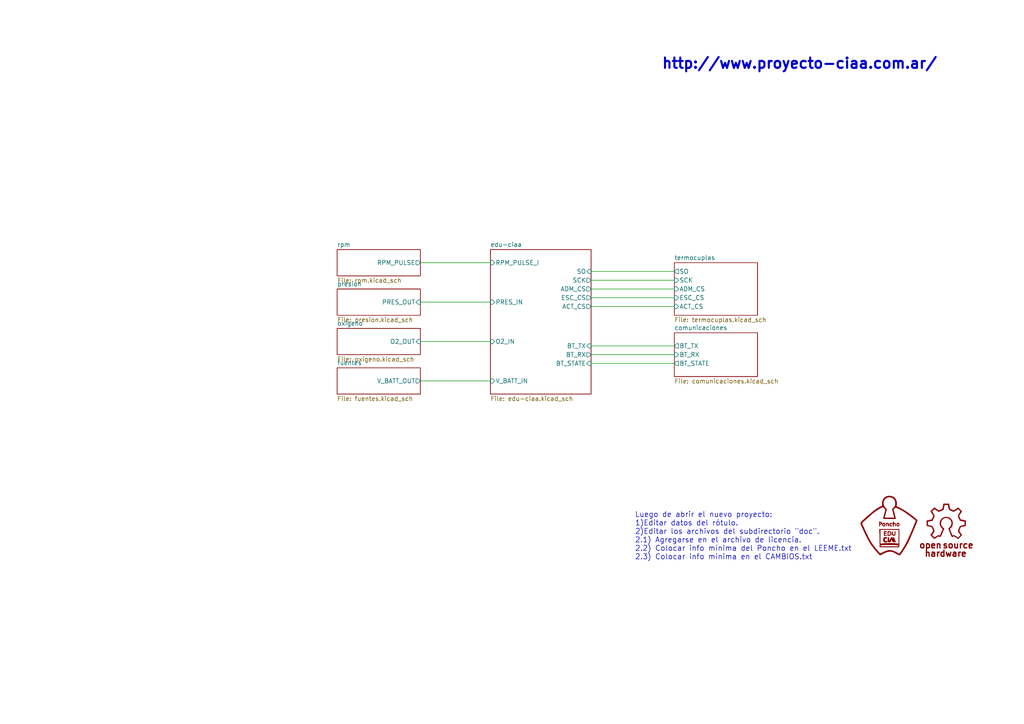
<source format=kicad_sch>
(kicad_sch (version 20211123) (generator eeschema)
  (paper "A4")
  (title_block (title "Poncho adquisidor de datos para motor de combustión interna") (date "2021-12-19") (rev "1.0") (company "Autor: Ignacio Moya") (comment 1 "Especialización en Sistemas Embebidos 2021 - FIUBA"))
  (lib_symbols
    (symbol "basico-rescue:Logo_Poncho" (pin_numbers hide) (pin_names (offset 0) hide)
      (symbol "Logo_Poncho_0_0"
        (polyline (pts (xy 0.9652 0.5842) (xy 0.8636 0.6858) (xy 0.6858 0.7112) (xy 0.508 0.7112) (xy 0.3048 0.5842) (xy 0.2032 0.381) (xy 0.1778 0.127) (xy 0.3048 -0.1016) (xy 0.4064 -0.1778) (xy 0.6096 -0.254) (xy 0.8128 -0.254) (xy 0.9398 -0.1778) (xy 0.889 -0.1016) (xy 0.7366 -0.0762) (xy 0.6096 -0.0508) (xy 0.4826 0.0254) (xy 0.4318 0.2032) (xy 0.4572 0.4064) (xy 0.5842 0.5334) (xy 0.8128 0.5334) (xy 0.9652 0.508) (xy 0.9652 0.5842) (xy 0.9652 0.5842)) (stroke (width 0.0254)) (fill (type outline)))
        (polyline (pts (xy 0 0.3556) (xy -0.0762 0.5842) (xy -0.2286 0.6858) (xy -0.4826 0.7112) (xy -0.8128 0.7112) (xy -0.8128 0.2286) (xy -0.8128 0.0254) (xy -0.7874 -0.1778) (xy -0.7366 -0.254) (xy -0.7112 -0.254) (xy -0.6858 -0.127) (xy -0.6604 0.0762) (xy -0.635 0.2032) (xy -0.5842 0.4318) (xy -0.4572 0.5334) (xy -0.3302 0.5334) (xy -0.3048 0.508) (xy -0.254 0.3556) (xy -0.254 0.127) (xy -0.2286 -0.0254) (xy -0.2032 -0.2032) (xy -0.127 -0.254) (xy -0.0762 -0.254) (xy -0.0254 -0.1524) (xy 0 0.0762) (xy 0 0.3556) (xy 0 0.3556)) (stroke (width 0.0254)) (fill (type outline)))
        (polyline (pts (xy -1.0668 0.254) (xy -1.1176 0.5334) (xy -1.2446 0.6858) (xy -1.27 0.7112) (xy -1.27 0.3556) (xy -1.27 0.127) (xy -1.3208 0) (xy -1.4732 -0.0762) (xy -1.6002 -0.0508) (xy -1.7018 0.1016) (xy -1.7018 0.3048) (xy -1.6256 0.4826) (xy -1.5494 0.5334) (xy -1.4732 0.5588) (xy -1.3462 0.4826) (xy -1.27 0.3556) (xy -1.27 0.7112) (xy -1.4732 0.7366) (xy -1.7018 0.6858) (xy -1.8542 0.5334) (xy -1.905 0.254) (xy -1.8796 0.2032) (xy -1.8542 0) (xy -1.8034 -0.1524) (xy -1.6764 -0.2032) (xy -1.4732 -0.254) (xy -1.2446 -0.2032) (xy -1.1176 -0.0508) (xy -1.0668 0.254) (xy -1.0668 0.254)) (stroke (width 0.0254)) (fill (type outline)))
        (polyline (pts (xy -0.508 -3.5306) (xy -0.6096 -3.4544) (xy -0.889 -3.4036) (xy -1.1176 -3.4036) (xy -1.397 -3.5306) (xy -1.5748 -3.7846) (xy -1.651 -4.1402) (xy -1.6256 -4.4196) (xy -1.4986 -4.6736) (xy -1.27 -4.8514) (xy -1.0668 -4.9276) (xy -0.8128 -4.9276) (xy -0.7112 -4.9276) (xy -0.5588 -4.8514) (xy -0.508 -4.7244) (xy -0.508 -4.699) (xy -0.508 -4.5974) (xy -0.6096 -4.5466) (xy -0.8128 -4.5466) (xy -1.016 -4.5212) (xy -1.143 -4.4704) (xy -1.1938 -4.3434) (xy -1.2192 -4.2418) (xy -1.2192 -4.0132) (xy -1.0922 -3.8608) (xy -0.8382 -3.7592) (xy -0.7366 -3.7338) (xy -0.5334 -3.6322) (xy -0.508 -3.5306) (xy -0.508 -3.5306)) (stroke (width 0.0254)) (fill (type outline)))
        (polyline (pts (xy 3.048 0.254) (xy 3.0226 0.5334) (xy 2.8956 0.6858) (xy 2.8702 0.7112) (xy 2.8702 0.127) (xy 2.794 0) (xy 2.6416 -0.0762) (xy 2.5146 -0.0508) (xy 2.4384 0.1016) (xy 2.413 0.3048) (xy 2.5146 0.4826) (xy 2.5654 0.5334) (xy 2.667 0.5588) (xy 2.7686 0.4826) (xy 2.8448 0.3556) (xy 2.8702 0.127) (xy 2.8702 0.7112) (xy 2.6416 0.7366) (xy 2.413 0.6858) (xy 2.286 0.5334) (xy 2.2352 0.254) (xy 2.2352 0.2032) (xy 2.2606 0) (xy 2.3368 -0.1524) (xy 2.4384 -0.2032) (xy 2.6416 -0.254) (xy 2.8702 -0.2032) (xy 3.0226 -0.0508) (xy 3.048 0.254) (xy 3.048 0.254)) (stroke (width 0.0254)) (fill (type outline)))
        (polyline (pts (xy 1.905 -2.159) (xy 1.8796 -1.905) (xy 1.8542 -1.7272) (xy 1.8288 -1.651) (xy 1.8034 -1.6764) (xy 1.7526 -1.8034) (xy 1.7272 -2.0066) (xy 1.7272 -2.2098) (xy 1.6764 -2.54) (xy 1.5494 -2.7432) (xy 1.397 -2.794) (xy 1.2954 -2.7686) (xy 1.2192 -2.6924) (xy 1.1938 -2.5146) (xy 1.1684 -2.2352) (xy 1.1176 -1.905) (xy 1.0668 -1.7272) (xy 1.016 -1.7272) (xy 0.9652 -1.8796) (xy 0.9398 -2.1844) (xy 0.9144 -2.4384) (xy 0.9652 -2.667) (xy 1.0414 -2.8194) (xy 1.2192 -2.921) (xy 1.4478 -2.9718) (xy 1.6764 -2.9464) (xy 1.8034 -2.8194) (xy 1.8542 -2.667) (xy 1.8796 -2.4384) (xy 1.905 -2.159) (xy 1.905 -2.159)) (stroke (width 0.0254)) (fill (type outline)))
        (polyline (pts (xy -1.9812 0.6096) (xy -2.032 0.8128) (xy -2.1844 0.9398) (xy -2.2352 0.9652) (xy -2.2352 0.635) (xy -2.286 0.508) (xy -2.4384 0.4318) (xy -2.4892 0.4064) (xy -2.6162 0.4572) (xy -2.6416 0.6096) (xy -2.6416 0.6604) (xy -2.5908 0.7874) (xy -2.413 0.8128) (xy -2.3622 0.8128) (xy -2.2606 0.762) (xy -2.2352 0.635) (xy -2.2352 0.9652) (xy -2.5146 1.0414) (xy -2.794 1.0922) (xy -2.794 0.4064) (xy -2.794 0.3556) (xy -2.794 0.0254) (xy -2.7686 -0.1778) (xy -2.7178 -0.254) (xy -2.667 -0.1778) (xy -2.6416 0) (xy -2.6416 0.0762) (xy -2.5908 0.2032) (xy -2.4638 0.254) (xy -2.2352 0.2794) (xy -2.0574 0.4064) (xy -1.9812 0.6096) (xy -1.9812 0.6096)) (stroke (width 0.0254)) (fill (type outline)))
        (polyline (pts (xy 0.7366 -2.3876) (xy 0.7112 -2.1082) (xy 0.5334 -1.8796) (xy 0.4826 -1.8288) (xy 0.4826 -2.1844) (xy 0.4826 -2.413) (xy 0.4318 -2.6162) (xy 0.3048 -2.7178) (xy 0.1016 -2.7686) (xy -0.1524 -2.8194) (xy -0.1524 -2.3622) (xy -0.1524 -2.1082) (xy -0.127 -1.9558) (xy -0.0508 -1.905) (xy 0.0762 -1.905) (xy 0.254 -1.9304) (xy 0.4064 -2.0066) (xy 0.4826 -2.1844) (xy 0.4826 -1.8288) (xy 0.254 -1.7272) (xy 0.2032 -1.7272) (xy -0.0508 -1.651) (xy -0.2032 -1.651) (xy -0.2794 -1.7526) (xy -0.3302 -1.9558) (xy -0.3302 -2.3114) (xy -0.3302 -2.9718) (xy 0 -2.9718) (xy 0.0254 -2.9718) (xy 0.3048 -2.921) (xy 0.5334 -2.7686) (xy 0.635 -2.667) (xy 0.7366 -2.3876) (xy 0.7366 -2.3876)) (stroke (width 0.0254)) (fill (type outline)))
        (polyline (pts (xy -0.5842 -1.8288) (xy -0.6096 -1.778) (xy -0.762 -1.7018) (xy -1.016 -1.6764) (xy -1.397 -1.651) (xy -1.397 -2.3114) (xy -1.397 -2.9718) (xy -0.9906 -2.9718) (xy -0.8382 -2.9718) (xy -0.635 -2.9464) (xy -0.5842 -2.8956) (xy -0.5842 -2.8702) (xy -0.6858 -2.8194) (xy -0.9144 -2.8194) (xy -0.9398 -2.8194) (xy -1.1176 -2.794) (xy -1.2192 -2.7432) (xy -1.2446 -2.5908) (xy -1.2192 -2.4892) (xy -1.143 -2.413) (xy -0.9398 -2.3876) (xy -0.9144 -2.3876) (xy -0.7366 -2.3622) (xy -0.6604 -2.3114) (xy -0.762 -2.2606) (xy -0.9398 -2.2352) (xy -1.0668 -2.2352) (xy -1.1938 -2.1844) (xy -1.2446 -2.0574) (xy -1.2192 -1.9558) (xy -1.1176 -1.905) (xy -0.889 -1.905) (xy -0.7112 -1.8796) (xy -0.5842 -1.8288) (xy -0.5842 -1.8288)) (stroke (width 0.0254)) (fill (type outline)))
        (polyline (pts (xy 1.9812 0.254) (xy 1.9304 0.5588) (xy 1.778 0.7112) (xy 1.5748 0.7112) (xy 1.5494 0.7112) (xy 1.4224 0.7366) (xy 1.397 0.8636) (xy 1.3716 0.9906) (xy 1.27 1.0668) (xy 1.2192 1.0414) (xy 1.1938 0.9398) (xy 1.1684 0.7366) (xy 1.1684 0.4064) (xy 1.1684 0.127) (xy 1.1938 -0.1016) (xy 1.2192 -0.2286) (xy 1.27 -0.254) (xy 1.3208 -0.2286) (xy 1.397 -0.127) (xy 1.397 0.127) (xy 1.397 0.2032) (xy 1.4478 0.4318) (xy 1.4986 0.5334) (xy 1.5494 0.5588) (xy 1.6764 0.4826) (xy 1.778 0.3302) (xy 1.8288 0.0762) (xy 1.8288 0) (xy 1.8542 -0.1778) (xy 1.905 -0.254) (xy 1.9304 -0.2286) (xy 1.9558 -0.0762) (xy 1.9812 0.1524) (xy 1.9812 0.254) (xy 1.9812 0.254)) (stroke (width 0.0254)) (fill (type outline)))
        (polyline (pts (xy 1.9304 -4.699) (xy 1.8288 -4.3688) (xy 1.6764 -4.0132) (xy 1.524 -3.7084) (xy 1.397 -3.4798) (xy 1.2954 -3.4036) (xy 1.2192 -3.3782) (xy 1.1684 -3.429) (xy 1.1684 -3.5052) (xy 1.2192 -3.7084) (xy 1.2954 -4.0386) (xy 1.2954 -4.0894) (xy 1.2192 -4.0132) (xy 1.1176 -3.81) (xy 1.0668 -3.7084) (xy 0.9144 -3.4798) (xy 0.7874 -3.4036) (xy 0.6604 -3.4798) (xy 0.5334 -3.7084) (xy 0.3556 -4.064) (xy 0.1016 -4.7244) (xy 0.0508 -4.064) (xy 0.0508 -3.9878) (xy 0 -3.6322) (xy -0.0508 -3.4544) (xy -0.127 -3.3782) (xy -0.1524 -3.4036) (xy -0.2286 -3.5306) (xy -0.2794 -3.7846) (xy -0.3048 -4.1148) (xy -0.3048 -4.445) (xy -0.3048 -4.6228) (xy -0.254 -4.7752) (xy -0.1524 -4.826) (xy 0.0508 -4.8514) (xy 0.2286 -4.8514) (xy 0.4318 -4.8006) (xy 0.5588 -4.6482) (xy 0.6604 -4.3688) (xy 0.7874 -4.0386) (xy 0.9652 -4.445) (xy 1.0922 -4.6736) (xy 1.1938 -4.826) (xy 1.3208 -4.8768) (xy 1.4224 -4.8514) (xy 1.4732 -4.8006) (xy 1.4478 -4.6736) (xy 1.3716 -4.4196) (xy 1.3462 -4.318) (xy 1.4224 -4.4196) (xy 1.4986 -4.5466) (xy 1.6256 -4.7752) (xy 1.7018 -4.8514) (xy 1.8542 -4.9022) (xy 1.9304 -4.8514) (xy 1.9304 -4.699) (xy 1.9304 -4.699)) (stroke (width 0.0254)) (fill (type outline)))
        (polyline (pts (xy 2.9718 -1.0668) (xy 2.8194 -1.0668) (xy 2.8194 -1.2446) (xy 2.8194 -3.2766) (xy 2.8194 -5.2832) (xy 2.8194 -6.096) (xy 0.1778 -6.096) (xy -2.4892 -6.096) (xy -2.4638 -5.9182) (xy -2.4638 -5.8928) (xy -2.413 -5.8166) (xy -2.3368 -5.7658) (xy -2.159 -5.715) (xy -1.9304 -5.6642) (xy -1.6002 -5.6642) (xy -1.143 -5.6388) (xy -0.5588 -5.6388) (xy 0.1778 -5.6388) (xy 0.3302 -5.6388) (xy 1.016 -5.6388) (xy 1.5748 -5.6388) (xy 2.0066 -5.6642) (xy 2.3368 -5.6896) (xy 2.54 -5.715) (xy 2.6924 -5.7658) (xy 2.7686 -5.842) (xy 2.794 -5.9182) (xy 2.8194 -6.096) (xy 2.8194 -5.2832) (xy 1.9558 -5.2324) (xy 1.7018 -5.207) (xy 1.1684 -5.1816) (xy 0.635 -5.1562) (xy 0.127 -5.1562) (xy -0.1778 -5.1562) (xy -0.7112 -5.1816) (xy -1.2446 -5.207) (xy -1.6764 -5.2324) (xy -2.4638 -5.3086) (xy -2.4638 -3.2766) (xy -2.4638 -1.2446) (xy 0.1778 -1.2446) (xy 2.8194 -1.2446) (xy 2.8194 -1.0668) (xy 0.127 -1.0668) (xy -2.7432 -1.0668) (xy -2.6924 -2.4384) (xy -2.6924 -2.5908) (xy -2.667 -3.2004) (xy -2.6416 -3.8608) (xy -2.6416 -4.4958) (xy -2.6416 -5.0546) (xy -2.6416 -6.2738) (xy 0.1778 -6.2738) (xy 2.9718 -6.2738) (xy 2.9718 -3.683) (xy 2.9718 -1.0668) (xy 2.9718 -1.0668)) (stroke (width 0.0254)) (fill (type outline)))
        (polyline (pts (xy 8.255 1.4986) (xy 8.128 1.6256) (xy 7.8994 1.8542) (xy 7.8486 1.905) (xy 7.8486 1.3716) (xy 7.7978 1.2446) (xy 7.6962 0.9906) (xy 7.5438 0.635) (xy 7.366 0.1778) (xy 7.1628 -0.3302) (xy 6.9342 -0.889) (xy 6.4516 -2.032) (xy 5.8674 -3.3274) (xy 5.334 -4.4958) (xy 4.8006 -5.5118) (xy 4.2926 -6.3754) (xy 3.81 -7.1374) (xy 3.6576 -7.3406) (xy 3.429 -7.6962) (xy 3.2258 -7.9502) (xy 3.0734 -8.1534) (xy 3.0226 -8.2042) (xy 2.9972 -8.2042) (xy 2.8448 -8.1534) (xy 2.5908 -8.0264) (xy 2.3114 -7.874) (xy 2.0828 -7.7216) (xy 1.4224 -7.4168) (xy 0.8128 -7.239) (xy 0.2286 -7.1882) (xy -0.3556 -7.2644) (xy -1.016 -7.4676) (xy -1.7272 -7.7978) (xy -1.905 -7.8994) (xy -2.1844 -8.0264) (xy -2.3876 -8.128) (xy -2.4892 -8.1788) (xy -2.5146 -8.1534) (xy -2.6416 -8.0264) (xy -2.8448 -7.7978) (xy -3.0988 -7.5184) (xy -3.3782 -7.2136) (xy -3.6576 -6.8834) (xy -3.937 -6.5532) (xy -4.191 -6.2484) (xy -4.3688 -6.0198) (xy -4.6482 -5.6388) (xy -5.08 -5.0038) (xy -5.4864 -4.2926) (xy -5.8928 -3.556) (xy -6.1214 -3.0734) (xy -6.3754 -2.54) (xy -6.6548 -2.0066) (xy -6.9088 -1.4478) (xy -7.1374 -0.9398) (xy -7.366 -0.4572) (xy -7.5438 -0.0254) (xy -7.6962 0.3048) (xy -7.7724 0.5334) (xy -7.8232 0.635) (xy -7.7978 0.6604) (xy -7.6454 0.8128) (xy -7.4168 1.0414) (xy -7.1374 1.3208) (xy -6.7818 1.651) (xy -6.3754 2.0066) (xy -5.969 2.3876) (xy -5.5372 2.7432) (xy -5.1562 3.0988) (xy -4.8006 3.4036) (xy -4.4704 3.6576) (xy -3.937 4.0894) (xy -3.429 4.4196) (xy -2.9464 4.7244) (xy -2.3876 5.0292) (xy -1.7018 5.3594) (xy -1.3462 4.9784) (xy -0.9652 4.5974) (xy -1.27 3.3782) (xy -1.3208 3.2004) (xy -1.4224 2.7686) (xy -1.524 2.413) (xy -1.5748 2.159) (xy -1.6002 2.032) (xy -1.6256 2.0066) (xy -1.6002 1.9812) (xy -1.5494 1.9304) (xy -1.4224 1.9304) (xy -1.1938 1.905) (xy -0.889 1.905) (xy -0.4318 1.905) (xy 0.1524 1.905) (xy 0.4064 1.905) (xy 0.9144 1.905) (xy 1.3462 1.905) (xy 1.6764 1.905) (xy 1.905 1.9304) (xy 1.9812 1.9558) (xy 1.9812 1.9812) (xy 1.9304 2.1844) (xy 1.8542 2.4892) (xy 1.7526 2.8702) (xy 1.651 3.302) (xy 1.2954 4.6228) (xy 1.6002 4.9022) (xy 1.7018 5.0038) (xy 1.8796 5.1308) (xy 1.9558 5.1816) (xy 2.0828 5.1562) (xy 2.286 5.08) (xy 2.5908 4.953) (xy 2.9464 4.8006) (xy 3.2766 4.6228) (xy 3.5814 4.4704) (xy 3.8354 4.3434) (xy 3.9624 4.2672) (xy 4.318 4.0386) (xy 4.7244 3.7846) (xy 5.1562 3.4544) (xy 5.6388 3.1242) (xy 6.096 2.794) (xy 6.5532 2.4638) (xy 6.9596 2.1336) (xy 7.3152 1.8542) (xy 7.5946 1.6256) (xy 7.7724 1.4732) (xy 7.8486 1.3716) (xy 7.8486 1.905) (xy 7.5438 2.159) (xy 7.0612 2.54) (xy 6.223 3.175) (xy 5.2578 3.8608) (xy 4.3942 4.4196) (xy 3.6322 4.8768) (xy 2.9972 5.1816) (xy 2.6416 5.334) (xy 2.3622 5.4864) (xy 2.2098 5.588) (xy 2.1844 5.6642) (xy 2.2606 5.9436) (xy 2.286 6.2992) (xy 2.286 6.6802) (xy 2.2352 6.985) (xy 2.0574 7.4422) (xy 1.905 7.6708) (xy 1.905 6.4008) (xy 1.8288 5.8674) (xy 1.6256 5.4356) (xy 1.27 5.0292) (xy 0.9652 4.7498) (xy 1.2446 3.6322) (xy 1.27 3.5052) (xy 1.3716 3.0988) (xy 1.4732 2.7432) (xy 1.524 2.4892) (xy 1.5494 2.3622) (xy 1.5494 2.3368) (xy 1.524 2.286) (xy 1.4478 2.2606) (xy 1.2954 2.2352) (xy 1.0414 2.2352) (xy 0.6858 2.2352) (xy 0.1778 2.2352) (xy -0.1778 2.2352) (xy -0.5842 2.2352) (xy -0.889 2.2352) (xy -1.0668 2.2606) (xy -1.1684 2.286) (xy -1.2192 2.3114) (xy -1.2192 2.3622) (xy -1.2192 2.3876) (xy -1.1684 2.5654) (xy -1.0922 2.8448) (xy -1.016 3.2258) (xy -0.889 3.6322) (xy -0.635 4.7498) (xy -0.9398 5.0292) (xy -1.1938 5.3086) (xy -1.4478 5.7658) (xy -1.5748 6.2484) (xy -1.5748 6.7564) (xy -1.4224 7.2136) (xy -1.397 7.239) (xy -1.0922 7.6962) (xy -0.7112 8.001) (xy -0.2794 8.1788) (xy 0.1524 8.2296) (xy 0.5842 8.1788) (xy 0.9906 8.0264) (xy 1.3462 7.747) (xy 1.651 7.3914) (xy 1.8288 6.9342) (xy 1.905 6.4008) (xy 1.905 7.6708) (xy 1.7272 7.8994) (xy 1.3208 8.255) (xy 0.8382 8.4836) (xy 0.3048 8.5598) (xy -0.254 8.5344) (xy -0.8128 8.3566) (xy -1.0922 8.2042) (xy -1.4986 7.8232) (xy -1.778 7.3406) (xy -1.9304 6.7818) (xy -1.9558 6.1976) (xy -1.905 5.715) (xy -2.4638 5.4356) (xy -2.4892 5.4356) (xy -2.921 5.207) (xy -3.3528 4.9276) (xy -3.81 4.6482) (xy -4.318 4.2672) (xy -4.8514 3.8354) (xy -5.461 3.3274) (xy -6.1468 2.7432) (xy -6.9342 2.032) (xy -7.2136 1.778) (xy -7.6454 1.3716) (xy -7.9756 1.0414) (xy -8.1788 0.8128) (xy -8.2296 0.6858) (xy -8.2042 0.5842) (xy -8.128 0.3302) (xy -7.9756 -0.0254) (xy -7.7724 -0.4826) (xy -7.5184 -1.016) (xy -7.2644 -1.6002) (xy -6.9596 -2.2352) (xy -6.6294 -2.8956) (xy -6.2992 -3.556) (xy -6.223 -3.7084) (xy -5.9182 -4.2926) (xy -5.6642 -4.7752) (xy -5.3848 -5.2324) (xy -5.08 -5.6896) (xy -4.7498 -6.1214) (xy -4.3688 -6.6294) (xy -3.9116 -7.1628) (xy -3.3528 -7.8232) (xy -3.2512 -7.8994) (xy -2.9972 -8.2042) (xy -2.7686 -8.4328) (xy -2.6162 -8.5852) (xy -2.54 -8.636) (xy -2.4384 -8.5852) (xy -2.2098 -8.4836) (xy -1.905 -8.3312) (xy -1.5494 -8.1534) (xy -1.524 -8.128) (xy -0.889 -7.8232) (xy -0.3302 -7.6454) (xy 0.1524 -7.5692) (xy 0.635 -7.5692) (xy 1.143 -7.6962) (xy 1.6764 -7.9502) (xy 2.3114 -8.3058) (xy 2.4384 -8.3566) (xy 2.7178 -8.509) (xy 2.9718 -8.6106) (xy 3.0988 -8.6614) (xy 3.1496 -8.636) (xy 3.2766 -8.5344) (xy 3.4798 -8.3058) (xy 3.7338 -7.9502) (xy 4.064 -7.4422) (xy 4.318 -7.0358) (xy 4.6736 -6.5024) (xy 4.9784 -6.0198) (xy 5.207 -5.588) (xy 5.461 -5.1308) (xy 5.6896 -4.6482) (xy 5.969 -4.0894) (xy 6.1468 -3.6576) (xy 6.3754 -3.175) (xy 6.604 -2.5908) (xy 6.858 -2.0066) (xy 7.112 -1.397) (xy 7.366 -0.8128) (xy 7.5946 -0.2286) (xy 7.8232 0.2794) (xy 8.001 0.7366) (xy 8.128 1.0922) (xy 8.2296 1.3462) (xy 8.255 1.4732) (xy 8.255 1.4986) (xy 8.255 1.4986)) (stroke (width 0.0254)) (fill (type outline)))
      )
      (symbol "Logo_Poncho_1_1"
        (pin no_connect line (at 0 6.35 90) (length 0.508) hide (name "~") (number "~"))
      )
    )
    (symbol "basico-rescue:OSHWA" (pin_names (offset 1.016))
      (symbol "OSHWA_0_0"
        (polyline (pts (xy 5.7912 2.667) (xy 5.5372 2.7178) (xy 5.4864 2.7432) (xy 5.4864 1.8796) (xy 5.4864 1.8288) (xy 5.4864 1.6002) (xy 5.4864 1.4732) (xy 5.4102 1.3716) (xy 5.2832 1.3208) (xy 5.0038 1.27) (xy 4.6228 1.1938) (xy 4.572 1.1684) (xy 4.318 1.1176) (xy 4.1656 1.0414) (xy 4.0386 0.889) (xy 3.937 0.6604) (xy 3.8354 0.4064) (xy 3.683 0.0762) (xy 3.6068 -0.1778) (xy 3.5814 -0.3556) (xy 3.6322 -0.5334) (xy 3.7592 -0.7366) (xy 3.9116 -0.9906) (xy 4.318 -1.5494) (xy 3.937 -1.9304) (xy 3.5814 -2.3114) (xy 3.048 -1.9558) (xy 2.794 -1.778) (xy 2.5654 -1.651) (xy 2.3876 -1.6256) (xy 2.2098 -1.6256) (xy 1.905 -1.6764) (xy 1.4986 -0.7112) (xy 1.1176 0.2286) (xy 1.397 0.508) (xy 1.5748 0.6604) (xy 1.8034 1.016) (xy 1.9304 1.397) (xy 1.9812 1.8542) (xy 1.9812 1.9304) (xy 1.9558 2.2606) (xy 1.905 2.54) (xy 1.7526 2.8194) (xy 1.4732 3.175) (xy 1.0668 3.5052) (xy 0.5842 3.683) (xy 0.1016 3.7338) (xy -0.4064 3.6576) (xy -0.889 3.429) (xy -1.2954 3.048) (xy -1.3462 2.9972) (xy -1.6256 2.5146) (xy -1.7526 2.0066) (xy -1.7018 1.4986) (xy -1.4986 0.9906) (xy -1.143 0.508) (xy -0.8636 0.2032) (xy -1.2446 -0.7366) (xy -1.651 -1.6764) (xy -1.9558 -1.6256) (xy -2.1082 -1.6256) (xy -2.286 -1.651) (xy -2.4892 -1.7526) (xy -2.7686 -1.9304) (xy -3.2766 -2.2606) (xy -3.6576 -1.905) (xy -4.0132 -1.524) (xy -3.6322 -0.9652) (xy -3.2766 -0.4064) (xy -3.429 0.0254) (xy -3.4544 0.1016) (xy -3.6068 0.508) (xy -3.7338 0.7874) (xy -3.8862 0.9906) (xy -4.0894 1.0922) (xy -4.3688 1.1938) (xy -4.7752 1.27) (xy -5.2578 1.3716) (xy -5.2324 1.905) (xy -5.207 2.413) (xy -4.5212 2.54) (xy -3.8608 2.667) (xy -3.5814 3.2512) (xy -3.556 3.302) (xy -3.4036 3.6068) (xy -3.3274 3.8862) (xy -3.2766 4.0386) (xy -3.3274 4.2164) (xy -3.4544 4.445) (xy -3.6322 4.7244) (xy -3.6576 4.7498) (xy -3.81 5.0292) (xy -3.937 5.207) (xy -3.9878 5.3086) (xy -3.9878 5.334) (xy -3.8862 5.461) (xy -3.7338 5.6388) (xy -3.5306 5.8166) (xy -3.3782 5.969) (xy -3.2766 6.0198) (xy -3.1496 5.9436) (xy -2.9464 5.8166) (xy -2.6924 5.6388) (xy -2.6162 5.588) (xy -2.3622 5.4102) (xy -2.159 5.3086) (xy -2.032 5.2578) (xy -1.8796 5.3086) (xy -1.6256 5.3848) (xy -1.3208 5.5118) (xy -1.2446 5.5372) (xy -0.9144 5.6896) (xy -0.7112 5.842) (xy -0.635 5.969) (xy -0.6096 6.096) (xy -0.5588 6.3754) (xy -0.4826 6.6802) (xy -0.381 7.239) (xy 0.127 7.239) (xy 0.635 7.239) (xy 0.7366 6.731) (xy 0.7874 6.477) (xy 0.8636 6.1722) (xy 0.9398 5.9436) (xy 1.0414 5.8166) (xy 1.1684 5.715) (xy 1.3462 5.6134) (xy 1.4478 5.5626) (xy 1.778 5.4356) (xy 2.032 5.334) (xy 2.1844 5.2832) (xy 2.3114 5.2832) (xy 2.4638 5.334) (xy 2.667 5.4356) (xy 2.9464 5.6388) (xy 3.556 6.0452) (xy 3.937 5.6896) (xy 4.2926 5.3086) (xy 3.9116 4.7498) (xy 3.8354 4.6228) (xy 3.683 4.318) (xy 3.5814 4.0894) (xy 3.6068 3.8354) (xy 3.683 3.5306) (xy 3.8862 3.1496) (xy 4.1148 2.667) (xy 4.7752 2.54) (xy 5.461 2.413) (xy 5.4864 1.8796) (xy 5.4864 2.7432) (xy 5.4102 2.7432) (xy 5.1054 2.8194) (xy 4.8006 2.8956) (xy 4.2926 2.9718) (xy 4.064 3.5306) (xy 3.81 4.0894) (xy 4.2418 4.7244) (xy 4.6736 5.3594) (xy 4.1148 5.9182) (xy 3.5814 6.4516) (xy 2.921 6.0198) (xy 2.286 5.5626) (xy 1.7526 5.7912) (xy 1.1938 6.0452) (xy 1.0922 6.5532) (xy 1.0668 6.8072) (xy 0.9906 7.0866) (xy 0.9652 7.3152) (xy 0.9144 7.5438) (xy 0.127 7.5438) (xy -0.6604 7.5438) (xy -0.762 6.9342) (xy -0.8128 6.6802) (xy -0.889 6.35) (xy -0.9652 6.1214) (xy -1.0922 5.9944) (xy -1.27 5.8928) (xy -1.524 5.7658) (xy -2.032 5.588) (xy -2.667 6.0198) (xy -3.3274 6.477) (xy -3.8608 5.9182) (xy -4.4196 5.3594) (xy -3.9878 4.7244) (xy -3.556 4.0894) (xy -3.7846 3.556) (xy -3.7846 3.5306) (xy -3.8862 3.2766) (xy -3.9878 3.0734) (xy -4.0132 2.9972) (xy -4.0386 2.9718) (xy -4.191 2.9464) (xy -4.445 2.8956) (xy -4.7752 2.8194) (xy -5.5118 2.6924) (xy -5.5118 1.905) (xy -5.5118 1.143) (xy -4.9022 1.016) (xy -4.8768 1.016) (xy -4.5466 0.9652) (xy -4.2926 0.889) (xy -4.1402 0.8382) (xy -4.1148 0.8128) (xy -4.0132 0.6604) (xy -3.8862 0.4318) (xy -3.7592 0.1524) (xy -3.683 -0.1016) (xy -3.6576 -0.3048) (xy -3.7084 -0.4572) (xy -3.8608 -0.6858) (xy -4.0386 -0.9652) (xy -4.4196 -1.524) (xy -3.8862 -2.0828) (xy -3.7846 -2.2098) (xy -3.556 -2.413) (xy -3.3782 -2.5654) (xy -3.3274 -2.6162) (xy -3.302 -2.6162) (xy -3.2004 -2.54) (xy -2.9972 -2.413) (xy -2.7178 -2.2352) (xy -2.5654 -2.1082) (xy -2.3368 -1.9558) (xy -2.1844 -1.905) (xy -2.0574 -1.905) (xy -1.905 -1.9304) (xy -1.7018 -2.0066) (xy -1.5748 -2.0574) (xy -1.5494 -2.032) (xy -1.4732 -1.8796) (xy -1.3462 -1.6256) (xy -1.1684 -1.27) (xy -0.9906 -0.8636) (xy -0.4826 0.3556) (xy -0.8382 0.6604) (xy -1.016 0.8128) (xy -1.27 1.2192) (xy -1.4224 1.651) (xy -1.4224 2.1082) (xy -1.2954 2.5146) (xy -1.0922 2.8956) (xy -0.762 3.2004) (xy -0.3556 3.4036) (xy 0.1524 3.4798) (xy 0.4826 3.429) (xy 0.9144 3.2766) (xy 1.27 2.9718) (xy 1.5494 2.5908) (xy 1.6764 2.159) (xy 1.6764 1.8288) (xy 1.6256 1.4478) (xy 1.4732 1.0922) (xy 1.1684 0.762) (xy 0.762 0.3556) (xy 1.2446 -0.8128) (xy 1.3208 -1.016) (xy 1.4732 -1.397) (xy 1.6256 -1.7272) (xy 1.7272 -1.9558) (xy 1.778 -2.0574) (xy 1.8796 -2.0828) (xy 2.032 -2.0066) (xy 2.1844 -1.905) (xy 2.3114 -1.8796) (xy 2.4892 -1.905) (xy 2.7178 -2.032) (xy 3.0226 -2.2352) (xy 3.5814 -2.6416) (xy 4.1402 -2.0828) (xy 4.6736 -1.524) (xy 4.2926 -0.9652) (xy 4.2164 -0.8636) (xy 4.064 -0.6096) (xy 3.937 -0.381) (xy 3.8862 -0.2794) (xy 3.8862 -0.254) (xy 3.937 -0.0762) (xy 4.0386 0.1778) (xy 4.1402 0.4572) (xy 4.2418 0.6858) (xy 4.318 0.7874) (xy 4.3434 0.8128) (xy 4.4958 0.8636) (xy 4.7498 0.9398) (xy 5.08 1.016) (xy 5.7912 1.143) (xy 5.7912 1.905) (xy 5.7912 2.667) (xy 5.7912 2.667)) (stroke (width 0.0254)) (fill (type outline)))
        (text "hardware" (at -0.0254 -6.858 0) (effects (font (size 1.778 1.778) bold)))
        (text "open" (at -4.445 -4.445 0) (effects (font (size 1.778 1.778) bold)))
        (text "source" (at 3.556 -4.445 0) (effects (font (size 1.778 1.778) bold)))
      )
    )
  )
  (wire (pts (xy 121.92 99.06) (xy 142.24 99.06)))
  (wire (pts (xy 195.58 100.33) (xy 171.45 100.33)))
  (wire (pts (xy 195.58 105.41) (xy 171.45 105.41)))
  (wire (pts (xy 171.45 83.82) (xy 195.58 83.82)))
  (wire (pts (xy 121.92 87.63) (xy 142.24 87.63)))
  (wire (pts (xy 195.58 81.28) (xy 171.45 81.28)))
  (wire (pts (xy 195.58 86.36) (xy 171.45 86.36)))
  (wire (pts (xy 121.92 76.2) (xy 142.24 76.2)))
  (wire (pts (xy 171.45 78.74) (xy 195.58 78.74)))
  (wire (pts (xy 171.45 102.87) (xy 195.58 102.87)))
  (wire (pts (xy 121.92 110.49) (xy 142.24 110.49)))
  (wire (pts (xy 171.45 88.9) (xy 195.58 88.9)))
  (text "http://www.proyecto-ciaa.com.ar/" (at 191.77 20.32 0) (effects (font (size 2.9972 2.9972) (thickness 0.5994) bold) (justify left bottom)))
  (text "Luego de abrir el nuevo proyecto:\n1)Editar datos del rótulo.\n2)Editar los archivos del subdirectorio \"doc\".\n2.1) Agregarse en el archivo de licencia.\n2.2) Colocar info mínima del Poncho en el LEEME.txt\n2.3) Colocar info mínima en el CAMBIOS.txt" (at 184.15 162.56 0) (effects (font (size 1.524 1.524)) (justify left bottom)))
  (symbol (lib_id "basico-rescue:OSHWA") (at 274.32 153.67 0) (unit 1)
    (property "Reference" "#G102" (effects hide))
    (property "Value" "OSHWA" (effects hide))
    (property "Footprint" "Poncho_Esqueleto:Logo_OSHWA" (effects hide))
  )
  (symbol (lib_id "basico-rescue:Logo_Poncho") (at 257.81 152.4 0) (unit 1)
    (property "Reference" "#G101" (effects hide))
    (property "Value" "Logo_Poncho" (effects hide))
    (property "Footprint" "Poncho_Esqueleto:Logo_Poncho" (effects hide))
  )
  (sheet (at 195.58 76.2) (size 24.13 15.24)
    (property "Sheet name" "termocuplas" (at 195.58 75.4884 0) (effects (justify left bottom)))
    (property "Sheet file" "termocuplas.kicad_sch" (at 195.58 92.0246 0) (effects (justify left top)))
    (pin "SO" output (at 195.58 78.74 180))
    (pin "SCK" input (at 195.58 81.28 180))
    (pin "ADM_CS" input (at 195.58 83.82 180))
    (pin "ESC_CS" input (at 195.58 86.36 180))
    (pin "ACT_CS" input (at 195.58 88.9 180))
  )
  (sheet (at 97.79 95.25) (size 24.13 7.62)
    (property "Sheet name" "oxigeno" (at 97.79 94.5384 0) (effects (justify left bottom)))
    (property "Sheet file" "oxigeno.kicad_sch" (at 97.79 103.4546 0) (effects (justify left top)))
    (pin "O2_OUT" input (at 121.92 99.06 0))
  )
  (sheet (at 97.79 72.39) (size 24.13 7.62)
    (property "Sheet name" "rpm" (at 97.79 71.6784 0) (effects (justify left bottom)))
    (property "Sheet file" "rpm.kicad_sch" (at 97.79 80.5946 0) (effects (justify left top)))
    (pin "RPM_PULSE" output (at 121.92 76.2 0))
  )
  (sheet (at 97.79 83.82) (size 24.13 7.62)
    (property "Sheet name" "presion" (at 97.79 83.1084 0) (effects (justify left bottom)))
    (property "Sheet file" "presion.kicad_sch" (at 97.79 92.0246 0) (effects (justify left top)))
    (pin "PRES_OUT" input (at 121.92 87.63 0))
  )
  (sheet (at 195.58 96.52) (size 24.13 12.7)
    (property "Sheet name" "comunicaciones" (at 195.58 95.8084 0) (effects (justify left bottom)))
    (property "Sheet file" "comunicaciones.kicad_sch" (at 195.58 109.8046 0) (effects (justify left top)))
    (pin "BT_TX" output (at 195.58 100.33 180))
    (pin "BT_STATE" output (at 195.58 105.41 180))
    (pin "BT_RX" input (at 195.58 102.87 180))
  )
  (sheet (at 142.24 72.39) (size 29.21 41.91)
    (property "Sheet name" "edu-ciaa" (at 142.24 71.6784 0) (effects (justify left bottom)))
    (property "Sheet file" "edu-ciaa.kicad_sch" (at 142.24 114.8846 0) (effects (justify left top)))
    (pin "SO" input (at 171.45 78.74 0))
    (pin "SCK" output (at 171.45 81.28 0))
    (pin "ADM_CS" output (at 171.45 83.82 0))
    (pin "ESC_CS" output (at 171.45 86.36 0))
    (pin "ACT_CS" output (at 171.45 88.9 0))
    (pin "BT_TX" input (at 171.45 100.33 0))
    (pin "BT_RX" output (at 171.45 102.87 0))
    (pin "BT_STATE" input (at 171.45 105.41 0))
    (pin "RPM_PULSE_I" input (at 142.24 76.2 180))
    (pin "PRES_IN" input (at 142.24 87.63 180))
    (pin "O2_IN" input (at 142.24 99.06 180))
    (pin "V_BATT_IN" input (at 142.24 110.49 180))
  )
  (sheet (at 97.79 106.68) (size 24.13 7.62)
    (property "Sheet name" "fuentes" (at 97.79 105.9684 0) (effects (justify left bottom)))
    (property "Sheet file" "fuentes.kicad_sch" (at 97.79 114.8846 0) (effects (justify left top)))
    (pin "V_BATT_OUT" output (at 121.92 110.49 0))
  )
)
</source>
